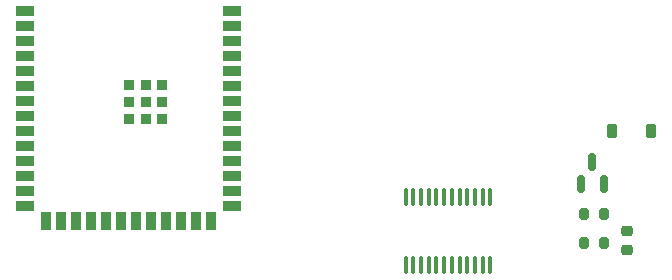
<source format=gbr>
%TF.GenerationSoftware,KiCad,Pcbnew,9.0.1*%
%TF.CreationDate,2025-11-02T14:12:38-06:00*%
%TF.ProjectId,OM-FlexGrid-Rigid-PCB,4f4d2d46-6c65-4784-9772-69642d526967,rev?*%
%TF.SameCoordinates,Original*%
%TF.FileFunction,Paste,Bot*%
%TF.FilePolarity,Positive*%
%FSLAX46Y46*%
G04 Gerber Fmt 4.6, Leading zero omitted, Abs format (unit mm)*
G04 Created by KiCad (PCBNEW 9.0.1) date 2025-11-02 14:12:38*
%MOMM*%
%LPD*%
G01*
G04 APERTURE LIST*
G04 Aperture macros list*
%AMRoundRect*
0 Rectangle with rounded corners*
0 $1 Rounding radius*
0 $2 $3 $4 $5 $6 $7 $8 $9 X,Y pos of 4 corners*
0 Add a 4 corners polygon primitive as box body*
4,1,4,$2,$3,$4,$5,$6,$7,$8,$9,$2,$3,0*
0 Add four circle primitives for the rounded corners*
1,1,$1+$1,$2,$3*
1,1,$1+$1,$4,$5*
1,1,$1+$1,$6,$7*
1,1,$1+$1,$8,$9*
0 Add four rect primitives between the rounded corners*
20,1,$1+$1,$2,$3,$4,$5,0*
20,1,$1+$1,$4,$5,$6,$7,0*
20,1,$1+$1,$6,$7,$8,$9,0*
20,1,$1+$1,$8,$9,$2,$3,0*%
G04 Aperture macros list end*
%ADD10RoundRect,0.100000X0.100000X-0.637500X0.100000X0.637500X-0.100000X0.637500X-0.100000X-0.637500X0*%
%ADD11RoundRect,0.150000X0.150000X-0.587500X0.150000X0.587500X-0.150000X0.587500X-0.150000X-0.587500X0*%
%ADD12R,1.498600X0.812800*%
%ADD13R,0.812800X1.498600*%
%ADD14R,0.889000X0.889000*%
%ADD15RoundRect,0.200000X-0.200000X-0.275000X0.200000X-0.275000X0.200000X0.275000X-0.200000X0.275000X0*%
%ADD16RoundRect,0.225000X0.250000X-0.225000X0.250000X0.225000X-0.250000X0.225000X-0.250000X-0.225000X0*%
%ADD17RoundRect,0.225000X0.225000X0.375000X-0.225000X0.375000X-0.225000X-0.375000X0.225000X-0.375000X0*%
G04 APERTURE END LIST*
D10*
%TO.C,U1*%
X201400000Y-122325000D03*
X200750000Y-122325000D03*
X200100000Y-122325000D03*
X199450000Y-122325000D03*
X198800000Y-122325000D03*
X198150000Y-122325000D03*
X197500000Y-122325000D03*
X196850000Y-122325000D03*
X196200000Y-122325000D03*
X195550000Y-122325000D03*
X194900000Y-122325000D03*
X194250000Y-122325000D03*
X194250000Y-116600000D03*
X194900000Y-116600000D03*
X195550000Y-116600000D03*
X196200000Y-116600000D03*
X196850000Y-116600000D03*
X197500000Y-116600000D03*
X198150000Y-116600000D03*
X198800000Y-116600000D03*
X199450000Y-116600000D03*
X200100000Y-116600000D03*
X200750000Y-116600000D03*
X201400000Y-116600000D03*
%TD*%
D11*
%TO.C,Q1*%
X211000000Y-115500000D03*
X209100000Y-115500000D03*
X210050000Y-113625000D03*
%TD*%
D12*
%TO.C,U2*%
X179500000Y-100840000D03*
X179500000Y-102110000D03*
X179500000Y-103380000D03*
X179500000Y-104650000D03*
X179500000Y-105920000D03*
X179500000Y-107190000D03*
X179500000Y-108460000D03*
X179500000Y-109730000D03*
X179500000Y-111000000D03*
X179500000Y-112270000D03*
X179500000Y-113540000D03*
X179500000Y-114810000D03*
X179500000Y-116080000D03*
X179500000Y-117350000D03*
D13*
X177735000Y-118600000D03*
X176465000Y-118600000D03*
X175195000Y-118600000D03*
X173925000Y-118600000D03*
X172655000Y-118600000D03*
X171385000Y-118600000D03*
X170115000Y-118600000D03*
X168845000Y-118600000D03*
X167575000Y-118600000D03*
X166305000Y-118600000D03*
X165035000Y-118600000D03*
X163765000Y-118600000D03*
D12*
X162000000Y-117350000D03*
X162000000Y-116080000D03*
X162000000Y-114810000D03*
X162000000Y-113540000D03*
X162000000Y-112270000D03*
X162000000Y-111000000D03*
X162000000Y-109730000D03*
X162000000Y-108460000D03*
X162000000Y-107190000D03*
X162000000Y-105920000D03*
X162000000Y-104650000D03*
X162000000Y-103380000D03*
X162000000Y-102110000D03*
X162000000Y-100840000D03*
D14*
X172250000Y-108560000D03*
X173650000Y-107160000D03*
X173650000Y-108560000D03*
X173650000Y-109960000D03*
X172250000Y-109960000D03*
X170850000Y-109960000D03*
X170850000Y-108560000D03*
X170850000Y-107160000D03*
X172250000Y-107160000D03*
%TD*%
D15*
%TO.C,R10*%
X209350000Y-120500000D03*
X211000000Y-120500000D03*
%TD*%
D16*
%TO.C,C9*%
X213000000Y-121050000D03*
X213000000Y-119500000D03*
%TD*%
D15*
%TO.C,R11*%
X209350000Y-118000000D03*
X211000000Y-118000000D03*
%TD*%
D17*
%TO.C,D4*%
X215000000Y-111000000D03*
X211700000Y-111000000D03*
%TD*%
M02*

</source>
